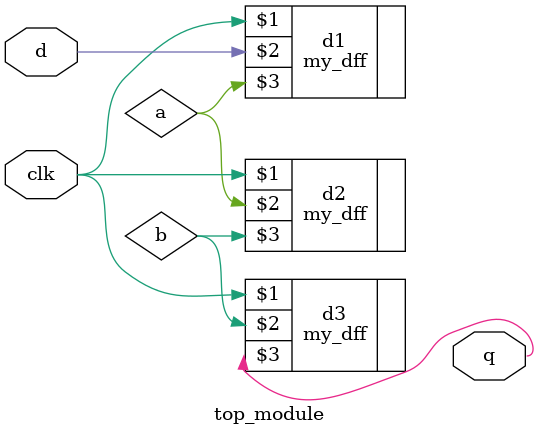
<source format=v>
module top_module (
    input clk,
    input d,
    output q
);

    wire a, b;    // Create two wires. I called them a and b.

    // Create three instances of my_dff, with three different instance names (d1, d2, and d3).
    // Connect ports by position: ( input clk, input d, output q)
    my_dff d1 ( clk, d, a );
    my_dff d2 ( clk, a, b );
    my_dff d3 ( clk, b, q );

endmodule
</source>
